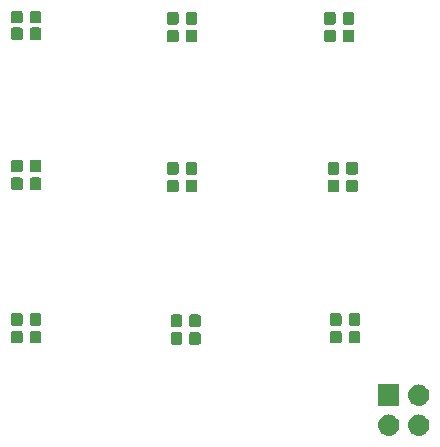
<source format=gts>
G04 #@! TF.GenerationSoftware,KiCad,Pcbnew,(5.0.2)-1*
G04 #@! TF.CreationDate,2019-01-19T12:13:54+11:00*
G04 #@! TF.ProjectId,WarGames_SAO,57617247-616d-4657-935f-53414f2e6b69,rev?*
G04 #@! TF.SameCoordinates,Original*
G04 #@! TF.FileFunction,Soldermask,Top*
G04 #@! TF.FilePolarity,Negative*
%FSLAX46Y46*%
G04 Gerber Fmt 4.6, Leading zero omitted, Abs format (unit mm)*
G04 Created by KiCad (PCBNEW (5.0.2)-1) date 19/01/2019 12:13:54*
%MOMM*%
%LPD*%
G01*
G04 APERTURE LIST*
%ADD10C,0.100000*%
G04 APERTURE END LIST*
D10*
G36*
X148650443Y-83645519D02*
X148716627Y-83652037D01*
X148829853Y-83686384D01*
X148886467Y-83703557D01*
X149025087Y-83777652D01*
X149042991Y-83787222D01*
X149078729Y-83816552D01*
X149180186Y-83899814D01*
X149263448Y-84001271D01*
X149292778Y-84037009D01*
X149292779Y-84037011D01*
X149376443Y-84193533D01*
X149376443Y-84193534D01*
X149427963Y-84363373D01*
X149445359Y-84540000D01*
X149427963Y-84716627D01*
X149393616Y-84829853D01*
X149376443Y-84886467D01*
X149302348Y-85025087D01*
X149292778Y-85042991D01*
X149263448Y-85078729D01*
X149180186Y-85180186D01*
X149078729Y-85263448D01*
X149042991Y-85292778D01*
X149042989Y-85292779D01*
X148886467Y-85376443D01*
X148829853Y-85393616D01*
X148716627Y-85427963D01*
X148650442Y-85434482D01*
X148584260Y-85441000D01*
X148495740Y-85441000D01*
X148429558Y-85434482D01*
X148363373Y-85427963D01*
X148250147Y-85393616D01*
X148193533Y-85376443D01*
X148037011Y-85292779D01*
X148037009Y-85292778D01*
X148001271Y-85263448D01*
X147899814Y-85180186D01*
X147816552Y-85078729D01*
X147787222Y-85042991D01*
X147777652Y-85025087D01*
X147703557Y-84886467D01*
X147686384Y-84829853D01*
X147652037Y-84716627D01*
X147634641Y-84540000D01*
X147652037Y-84363373D01*
X147703557Y-84193534D01*
X147703557Y-84193533D01*
X147787221Y-84037011D01*
X147787222Y-84037009D01*
X147816552Y-84001271D01*
X147899814Y-83899814D01*
X148001271Y-83816552D01*
X148037009Y-83787222D01*
X148054913Y-83777652D01*
X148193533Y-83703557D01*
X148250147Y-83686384D01*
X148363373Y-83652037D01*
X148429557Y-83645519D01*
X148495740Y-83639000D01*
X148584260Y-83639000D01*
X148650443Y-83645519D01*
X148650443Y-83645519D01*
G37*
G36*
X146110443Y-83645519D02*
X146176627Y-83652037D01*
X146289853Y-83686384D01*
X146346467Y-83703557D01*
X146485087Y-83777652D01*
X146502991Y-83787222D01*
X146538729Y-83816552D01*
X146640186Y-83899814D01*
X146723448Y-84001271D01*
X146752778Y-84037009D01*
X146752779Y-84037011D01*
X146836443Y-84193533D01*
X146836443Y-84193534D01*
X146887963Y-84363373D01*
X146905359Y-84540000D01*
X146887963Y-84716627D01*
X146853616Y-84829853D01*
X146836443Y-84886467D01*
X146762348Y-85025087D01*
X146752778Y-85042991D01*
X146723448Y-85078729D01*
X146640186Y-85180186D01*
X146538729Y-85263448D01*
X146502991Y-85292778D01*
X146502989Y-85292779D01*
X146346467Y-85376443D01*
X146289853Y-85393616D01*
X146176627Y-85427963D01*
X146110442Y-85434482D01*
X146044260Y-85441000D01*
X145955740Y-85441000D01*
X145889558Y-85434482D01*
X145823373Y-85427963D01*
X145710147Y-85393616D01*
X145653533Y-85376443D01*
X145497011Y-85292779D01*
X145497009Y-85292778D01*
X145461271Y-85263448D01*
X145359814Y-85180186D01*
X145276552Y-85078729D01*
X145247222Y-85042991D01*
X145237652Y-85025087D01*
X145163557Y-84886467D01*
X145146384Y-84829853D01*
X145112037Y-84716627D01*
X145094641Y-84540000D01*
X145112037Y-84363373D01*
X145163557Y-84193534D01*
X145163557Y-84193533D01*
X145247221Y-84037011D01*
X145247222Y-84037009D01*
X145276552Y-84001271D01*
X145359814Y-83899814D01*
X145461271Y-83816552D01*
X145497009Y-83787222D01*
X145514913Y-83777652D01*
X145653533Y-83703557D01*
X145710147Y-83686384D01*
X145823373Y-83652037D01*
X145889557Y-83645519D01*
X145955740Y-83639000D01*
X146044260Y-83639000D01*
X146110443Y-83645519D01*
X146110443Y-83645519D01*
G37*
G36*
X148650443Y-81105519D02*
X148716627Y-81112037D01*
X148829853Y-81146384D01*
X148886467Y-81163557D01*
X149025087Y-81237652D01*
X149042991Y-81247222D01*
X149078729Y-81276552D01*
X149180186Y-81359814D01*
X149263448Y-81461271D01*
X149292778Y-81497009D01*
X149292779Y-81497011D01*
X149376443Y-81653533D01*
X149376443Y-81653534D01*
X149427963Y-81823373D01*
X149445359Y-82000000D01*
X149427963Y-82176627D01*
X149393616Y-82289853D01*
X149376443Y-82346467D01*
X149302348Y-82485087D01*
X149292778Y-82502991D01*
X149263448Y-82538729D01*
X149180186Y-82640186D01*
X149078729Y-82723448D01*
X149042991Y-82752778D01*
X149042989Y-82752779D01*
X148886467Y-82836443D01*
X148829853Y-82853616D01*
X148716627Y-82887963D01*
X148650443Y-82894481D01*
X148584260Y-82901000D01*
X148495740Y-82901000D01*
X148429557Y-82894481D01*
X148363373Y-82887963D01*
X148250147Y-82853616D01*
X148193533Y-82836443D01*
X148037011Y-82752779D01*
X148037009Y-82752778D01*
X148001271Y-82723448D01*
X147899814Y-82640186D01*
X147816552Y-82538729D01*
X147787222Y-82502991D01*
X147777652Y-82485087D01*
X147703557Y-82346467D01*
X147686384Y-82289853D01*
X147652037Y-82176627D01*
X147634641Y-82000000D01*
X147652037Y-81823373D01*
X147703557Y-81653534D01*
X147703557Y-81653533D01*
X147787221Y-81497011D01*
X147787222Y-81497009D01*
X147816552Y-81461271D01*
X147899814Y-81359814D01*
X148001271Y-81276552D01*
X148037009Y-81247222D01*
X148054913Y-81237652D01*
X148193533Y-81163557D01*
X148250147Y-81146384D01*
X148363373Y-81112037D01*
X148429557Y-81105519D01*
X148495740Y-81099000D01*
X148584260Y-81099000D01*
X148650443Y-81105519D01*
X148650443Y-81105519D01*
G37*
G36*
X146901000Y-82901000D02*
X145099000Y-82901000D01*
X145099000Y-81099000D01*
X146901000Y-81099000D01*
X146901000Y-82901000D01*
X146901000Y-82901000D01*
G37*
G36*
X129929591Y-76678085D02*
X129963569Y-76688393D01*
X129994887Y-76705133D01*
X130022339Y-76727661D01*
X130044867Y-76755113D01*
X130061607Y-76786431D01*
X130071915Y-76820409D01*
X130076000Y-76861890D01*
X130076000Y-77538110D01*
X130071915Y-77579591D01*
X130061607Y-77613569D01*
X130044867Y-77644887D01*
X130022339Y-77672339D01*
X129994887Y-77694867D01*
X129963569Y-77711607D01*
X129929591Y-77721915D01*
X129888110Y-77726000D01*
X129286890Y-77726000D01*
X129245409Y-77721915D01*
X129211431Y-77711607D01*
X129180113Y-77694867D01*
X129152661Y-77672339D01*
X129130133Y-77644887D01*
X129113393Y-77613569D01*
X129103085Y-77579591D01*
X129099000Y-77538110D01*
X129099000Y-76861890D01*
X129103085Y-76820409D01*
X129113393Y-76786431D01*
X129130133Y-76755113D01*
X129152661Y-76727661D01*
X129180113Y-76705133D01*
X129211431Y-76688393D01*
X129245409Y-76678085D01*
X129286890Y-76674000D01*
X129888110Y-76674000D01*
X129929591Y-76678085D01*
X129929591Y-76678085D01*
G37*
G36*
X128354591Y-76678085D02*
X128388569Y-76688393D01*
X128419887Y-76705133D01*
X128447339Y-76727661D01*
X128469867Y-76755113D01*
X128486607Y-76786431D01*
X128496915Y-76820409D01*
X128501000Y-76861890D01*
X128501000Y-77538110D01*
X128496915Y-77579591D01*
X128486607Y-77613569D01*
X128469867Y-77644887D01*
X128447339Y-77672339D01*
X128419887Y-77694867D01*
X128388569Y-77711607D01*
X128354591Y-77721915D01*
X128313110Y-77726000D01*
X127711890Y-77726000D01*
X127670409Y-77721915D01*
X127636431Y-77711607D01*
X127605113Y-77694867D01*
X127577661Y-77672339D01*
X127555133Y-77644887D01*
X127538393Y-77613569D01*
X127528085Y-77579591D01*
X127524000Y-77538110D01*
X127524000Y-76861890D01*
X127528085Y-76820409D01*
X127538393Y-76786431D01*
X127555133Y-76755113D01*
X127577661Y-76727661D01*
X127605113Y-76705133D01*
X127636431Y-76688393D01*
X127670409Y-76678085D01*
X127711890Y-76674000D01*
X128313110Y-76674000D01*
X128354591Y-76678085D01*
X128354591Y-76678085D01*
G37*
G36*
X141854591Y-76578085D02*
X141888569Y-76588393D01*
X141919887Y-76605133D01*
X141947339Y-76627661D01*
X141969867Y-76655113D01*
X141986607Y-76686431D01*
X141996915Y-76720409D01*
X142001000Y-76761890D01*
X142001000Y-77438110D01*
X141996915Y-77479591D01*
X141986607Y-77513569D01*
X141969867Y-77544887D01*
X141947339Y-77572339D01*
X141919887Y-77594867D01*
X141888569Y-77611607D01*
X141854591Y-77621915D01*
X141813110Y-77626000D01*
X141211890Y-77626000D01*
X141170409Y-77621915D01*
X141136431Y-77611607D01*
X141105113Y-77594867D01*
X141077661Y-77572339D01*
X141055133Y-77544887D01*
X141038393Y-77513569D01*
X141028085Y-77479591D01*
X141024000Y-77438110D01*
X141024000Y-76761890D01*
X141028085Y-76720409D01*
X141038393Y-76686431D01*
X141055133Y-76655113D01*
X141077661Y-76627661D01*
X141105113Y-76605133D01*
X141136431Y-76588393D01*
X141170409Y-76578085D01*
X141211890Y-76574000D01*
X141813110Y-76574000D01*
X141854591Y-76578085D01*
X141854591Y-76578085D01*
G37*
G36*
X143429591Y-76578085D02*
X143463569Y-76588393D01*
X143494887Y-76605133D01*
X143522339Y-76627661D01*
X143544867Y-76655113D01*
X143561607Y-76686431D01*
X143571915Y-76720409D01*
X143576000Y-76761890D01*
X143576000Y-77438110D01*
X143571915Y-77479591D01*
X143561607Y-77513569D01*
X143544867Y-77544887D01*
X143522339Y-77572339D01*
X143494887Y-77594867D01*
X143463569Y-77611607D01*
X143429591Y-77621915D01*
X143388110Y-77626000D01*
X142786890Y-77626000D01*
X142745409Y-77621915D01*
X142711431Y-77611607D01*
X142680113Y-77594867D01*
X142652661Y-77572339D01*
X142630133Y-77544887D01*
X142613393Y-77513569D01*
X142603085Y-77479591D01*
X142599000Y-77438110D01*
X142599000Y-76761890D01*
X142603085Y-76720409D01*
X142613393Y-76686431D01*
X142630133Y-76655113D01*
X142652661Y-76627661D01*
X142680113Y-76605133D01*
X142711431Y-76588393D01*
X142745409Y-76578085D01*
X142786890Y-76574000D01*
X143388110Y-76574000D01*
X143429591Y-76578085D01*
X143429591Y-76578085D01*
G37*
G36*
X114854591Y-76578085D02*
X114888569Y-76588393D01*
X114919887Y-76605133D01*
X114947339Y-76627661D01*
X114969867Y-76655113D01*
X114986607Y-76686431D01*
X114996915Y-76720409D01*
X115001000Y-76761890D01*
X115001000Y-77438110D01*
X114996915Y-77479591D01*
X114986607Y-77513569D01*
X114969867Y-77544887D01*
X114947339Y-77572339D01*
X114919887Y-77594867D01*
X114888569Y-77611607D01*
X114854591Y-77621915D01*
X114813110Y-77626000D01*
X114211890Y-77626000D01*
X114170409Y-77621915D01*
X114136431Y-77611607D01*
X114105113Y-77594867D01*
X114077661Y-77572339D01*
X114055133Y-77544887D01*
X114038393Y-77513569D01*
X114028085Y-77479591D01*
X114024000Y-77438110D01*
X114024000Y-76761890D01*
X114028085Y-76720409D01*
X114038393Y-76686431D01*
X114055133Y-76655113D01*
X114077661Y-76627661D01*
X114105113Y-76605133D01*
X114136431Y-76588393D01*
X114170409Y-76578085D01*
X114211890Y-76574000D01*
X114813110Y-76574000D01*
X114854591Y-76578085D01*
X114854591Y-76578085D01*
G37*
G36*
X116429591Y-76578085D02*
X116463569Y-76588393D01*
X116494887Y-76605133D01*
X116522339Y-76627661D01*
X116544867Y-76655113D01*
X116561607Y-76686431D01*
X116571915Y-76720409D01*
X116576000Y-76761890D01*
X116576000Y-77438110D01*
X116571915Y-77479591D01*
X116561607Y-77513569D01*
X116544867Y-77544887D01*
X116522339Y-77572339D01*
X116494887Y-77594867D01*
X116463569Y-77611607D01*
X116429591Y-77621915D01*
X116388110Y-77626000D01*
X115786890Y-77626000D01*
X115745409Y-77621915D01*
X115711431Y-77611607D01*
X115680113Y-77594867D01*
X115652661Y-77572339D01*
X115630133Y-77544887D01*
X115613393Y-77513569D01*
X115603085Y-77479591D01*
X115599000Y-77438110D01*
X115599000Y-76761890D01*
X115603085Y-76720409D01*
X115613393Y-76686431D01*
X115630133Y-76655113D01*
X115652661Y-76627661D01*
X115680113Y-76605133D01*
X115711431Y-76588393D01*
X115745409Y-76578085D01*
X115786890Y-76574000D01*
X116388110Y-76574000D01*
X116429591Y-76578085D01*
X116429591Y-76578085D01*
G37*
G36*
X128354591Y-75178085D02*
X128388569Y-75188393D01*
X128419887Y-75205133D01*
X128447339Y-75227661D01*
X128469867Y-75255113D01*
X128486607Y-75286431D01*
X128496915Y-75320409D01*
X128501000Y-75361890D01*
X128501000Y-76038110D01*
X128496915Y-76079591D01*
X128486607Y-76113569D01*
X128469867Y-76144887D01*
X128447339Y-76172339D01*
X128419887Y-76194867D01*
X128388569Y-76211607D01*
X128354591Y-76221915D01*
X128313110Y-76226000D01*
X127711890Y-76226000D01*
X127670409Y-76221915D01*
X127636431Y-76211607D01*
X127605113Y-76194867D01*
X127577661Y-76172339D01*
X127555133Y-76144887D01*
X127538393Y-76113569D01*
X127528085Y-76079591D01*
X127524000Y-76038110D01*
X127524000Y-75361890D01*
X127528085Y-75320409D01*
X127538393Y-75286431D01*
X127555133Y-75255113D01*
X127577661Y-75227661D01*
X127605113Y-75205133D01*
X127636431Y-75188393D01*
X127670409Y-75178085D01*
X127711890Y-75174000D01*
X128313110Y-75174000D01*
X128354591Y-75178085D01*
X128354591Y-75178085D01*
G37*
G36*
X129929591Y-75178085D02*
X129963569Y-75188393D01*
X129994887Y-75205133D01*
X130022339Y-75227661D01*
X130044867Y-75255113D01*
X130061607Y-75286431D01*
X130071915Y-75320409D01*
X130076000Y-75361890D01*
X130076000Y-76038110D01*
X130071915Y-76079591D01*
X130061607Y-76113569D01*
X130044867Y-76144887D01*
X130022339Y-76172339D01*
X129994887Y-76194867D01*
X129963569Y-76211607D01*
X129929591Y-76221915D01*
X129888110Y-76226000D01*
X129286890Y-76226000D01*
X129245409Y-76221915D01*
X129211431Y-76211607D01*
X129180113Y-76194867D01*
X129152661Y-76172339D01*
X129130133Y-76144887D01*
X129113393Y-76113569D01*
X129103085Y-76079591D01*
X129099000Y-76038110D01*
X129099000Y-75361890D01*
X129103085Y-75320409D01*
X129113393Y-75286431D01*
X129130133Y-75255113D01*
X129152661Y-75227661D01*
X129180113Y-75205133D01*
X129211431Y-75188393D01*
X129245409Y-75178085D01*
X129286890Y-75174000D01*
X129888110Y-75174000D01*
X129929591Y-75178085D01*
X129929591Y-75178085D01*
G37*
G36*
X143429591Y-75078085D02*
X143463569Y-75088393D01*
X143494887Y-75105133D01*
X143522339Y-75127661D01*
X143544867Y-75155113D01*
X143561607Y-75186431D01*
X143571915Y-75220409D01*
X143576000Y-75261890D01*
X143576000Y-75938110D01*
X143571915Y-75979591D01*
X143561607Y-76013569D01*
X143544867Y-76044887D01*
X143522339Y-76072339D01*
X143494887Y-76094867D01*
X143463569Y-76111607D01*
X143429591Y-76121915D01*
X143388110Y-76126000D01*
X142786890Y-76126000D01*
X142745409Y-76121915D01*
X142711431Y-76111607D01*
X142680113Y-76094867D01*
X142652661Y-76072339D01*
X142630133Y-76044887D01*
X142613393Y-76013569D01*
X142603085Y-75979591D01*
X142599000Y-75938110D01*
X142599000Y-75261890D01*
X142603085Y-75220409D01*
X142613393Y-75186431D01*
X142630133Y-75155113D01*
X142652661Y-75127661D01*
X142680113Y-75105133D01*
X142711431Y-75088393D01*
X142745409Y-75078085D01*
X142786890Y-75074000D01*
X143388110Y-75074000D01*
X143429591Y-75078085D01*
X143429591Y-75078085D01*
G37*
G36*
X114854591Y-75078085D02*
X114888569Y-75088393D01*
X114919887Y-75105133D01*
X114947339Y-75127661D01*
X114969867Y-75155113D01*
X114986607Y-75186431D01*
X114996915Y-75220409D01*
X115001000Y-75261890D01*
X115001000Y-75938110D01*
X114996915Y-75979591D01*
X114986607Y-76013569D01*
X114969867Y-76044887D01*
X114947339Y-76072339D01*
X114919887Y-76094867D01*
X114888569Y-76111607D01*
X114854591Y-76121915D01*
X114813110Y-76126000D01*
X114211890Y-76126000D01*
X114170409Y-76121915D01*
X114136431Y-76111607D01*
X114105113Y-76094867D01*
X114077661Y-76072339D01*
X114055133Y-76044887D01*
X114038393Y-76013569D01*
X114028085Y-75979591D01*
X114024000Y-75938110D01*
X114024000Y-75261890D01*
X114028085Y-75220409D01*
X114038393Y-75186431D01*
X114055133Y-75155113D01*
X114077661Y-75127661D01*
X114105113Y-75105133D01*
X114136431Y-75088393D01*
X114170409Y-75078085D01*
X114211890Y-75074000D01*
X114813110Y-75074000D01*
X114854591Y-75078085D01*
X114854591Y-75078085D01*
G37*
G36*
X116429591Y-75078085D02*
X116463569Y-75088393D01*
X116494887Y-75105133D01*
X116522339Y-75127661D01*
X116544867Y-75155113D01*
X116561607Y-75186431D01*
X116571915Y-75220409D01*
X116576000Y-75261890D01*
X116576000Y-75938110D01*
X116571915Y-75979591D01*
X116561607Y-76013569D01*
X116544867Y-76044887D01*
X116522339Y-76072339D01*
X116494887Y-76094867D01*
X116463569Y-76111607D01*
X116429591Y-76121915D01*
X116388110Y-76126000D01*
X115786890Y-76126000D01*
X115745409Y-76121915D01*
X115711431Y-76111607D01*
X115680113Y-76094867D01*
X115652661Y-76072339D01*
X115630133Y-76044887D01*
X115613393Y-76013569D01*
X115603085Y-75979591D01*
X115599000Y-75938110D01*
X115599000Y-75261890D01*
X115603085Y-75220409D01*
X115613393Y-75186431D01*
X115630133Y-75155113D01*
X115652661Y-75127661D01*
X115680113Y-75105133D01*
X115711431Y-75088393D01*
X115745409Y-75078085D01*
X115786890Y-75074000D01*
X116388110Y-75074000D01*
X116429591Y-75078085D01*
X116429591Y-75078085D01*
G37*
G36*
X141854591Y-75078085D02*
X141888569Y-75088393D01*
X141919887Y-75105133D01*
X141947339Y-75127661D01*
X141969867Y-75155113D01*
X141986607Y-75186431D01*
X141996915Y-75220409D01*
X142001000Y-75261890D01*
X142001000Y-75938110D01*
X141996915Y-75979591D01*
X141986607Y-76013569D01*
X141969867Y-76044887D01*
X141947339Y-76072339D01*
X141919887Y-76094867D01*
X141888569Y-76111607D01*
X141854591Y-76121915D01*
X141813110Y-76126000D01*
X141211890Y-76126000D01*
X141170409Y-76121915D01*
X141136431Y-76111607D01*
X141105113Y-76094867D01*
X141077661Y-76072339D01*
X141055133Y-76044887D01*
X141038393Y-76013569D01*
X141028085Y-75979591D01*
X141024000Y-75938110D01*
X141024000Y-75261890D01*
X141028085Y-75220409D01*
X141038393Y-75186431D01*
X141055133Y-75155113D01*
X141077661Y-75127661D01*
X141105113Y-75105133D01*
X141136431Y-75088393D01*
X141170409Y-75078085D01*
X141211890Y-75074000D01*
X141813110Y-75074000D01*
X141854591Y-75078085D01*
X141854591Y-75078085D01*
G37*
G36*
X143229591Y-63778085D02*
X143263569Y-63788393D01*
X143294887Y-63805133D01*
X143322339Y-63827661D01*
X143344867Y-63855113D01*
X143361607Y-63886431D01*
X143371915Y-63920409D01*
X143376000Y-63961890D01*
X143376000Y-64638110D01*
X143371915Y-64679591D01*
X143361607Y-64713569D01*
X143344867Y-64744887D01*
X143322339Y-64772339D01*
X143294887Y-64794867D01*
X143263569Y-64811607D01*
X143229591Y-64821915D01*
X143188110Y-64826000D01*
X142586890Y-64826000D01*
X142545409Y-64821915D01*
X142511431Y-64811607D01*
X142480113Y-64794867D01*
X142452661Y-64772339D01*
X142430133Y-64744887D01*
X142413393Y-64713569D01*
X142403085Y-64679591D01*
X142399000Y-64638110D01*
X142399000Y-63961890D01*
X142403085Y-63920409D01*
X142413393Y-63886431D01*
X142430133Y-63855113D01*
X142452661Y-63827661D01*
X142480113Y-63805133D01*
X142511431Y-63788393D01*
X142545409Y-63778085D01*
X142586890Y-63774000D01*
X143188110Y-63774000D01*
X143229591Y-63778085D01*
X143229591Y-63778085D01*
G37*
G36*
X141654591Y-63778085D02*
X141688569Y-63788393D01*
X141719887Y-63805133D01*
X141747339Y-63827661D01*
X141769867Y-63855113D01*
X141786607Y-63886431D01*
X141796915Y-63920409D01*
X141801000Y-63961890D01*
X141801000Y-64638110D01*
X141796915Y-64679591D01*
X141786607Y-64713569D01*
X141769867Y-64744887D01*
X141747339Y-64772339D01*
X141719887Y-64794867D01*
X141688569Y-64811607D01*
X141654591Y-64821915D01*
X141613110Y-64826000D01*
X141011890Y-64826000D01*
X140970409Y-64821915D01*
X140936431Y-64811607D01*
X140905113Y-64794867D01*
X140877661Y-64772339D01*
X140855133Y-64744887D01*
X140838393Y-64713569D01*
X140828085Y-64679591D01*
X140824000Y-64638110D01*
X140824000Y-63961890D01*
X140828085Y-63920409D01*
X140838393Y-63886431D01*
X140855133Y-63855113D01*
X140877661Y-63827661D01*
X140905113Y-63805133D01*
X140936431Y-63788393D01*
X140970409Y-63778085D01*
X141011890Y-63774000D01*
X141613110Y-63774000D01*
X141654591Y-63778085D01*
X141654591Y-63778085D01*
G37*
G36*
X129629591Y-63778085D02*
X129663569Y-63788393D01*
X129694887Y-63805133D01*
X129722339Y-63827661D01*
X129744867Y-63855113D01*
X129761607Y-63886431D01*
X129771915Y-63920409D01*
X129776000Y-63961890D01*
X129776000Y-64638110D01*
X129771915Y-64679591D01*
X129761607Y-64713569D01*
X129744867Y-64744887D01*
X129722339Y-64772339D01*
X129694887Y-64794867D01*
X129663569Y-64811607D01*
X129629591Y-64821915D01*
X129588110Y-64826000D01*
X128986890Y-64826000D01*
X128945409Y-64821915D01*
X128911431Y-64811607D01*
X128880113Y-64794867D01*
X128852661Y-64772339D01*
X128830133Y-64744887D01*
X128813393Y-64713569D01*
X128803085Y-64679591D01*
X128799000Y-64638110D01*
X128799000Y-63961890D01*
X128803085Y-63920409D01*
X128813393Y-63886431D01*
X128830133Y-63855113D01*
X128852661Y-63827661D01*
X128880113Y-63805133D01*
X128911431Y-63788393D01*
X128945409Y-63778085D01*
X128986890Y-63774000D01*
X129588110Y-63774000D01*
X129629591Y-63778085D01*
X129629591Y-63778085D01*
G37*
G36*
X128054591Y-63778085D02*
X128088569Y-63788393D01*
X128119887Y-63805133D01*
X128147339Y-63827661D01*
X128169867Y-63855113D01*
X128186607Y-63886431D01*
X128196915Y-63920409D01*
X128201000Y-63961890D01*
X128201000Y-64638110D01*
X128196915Y-64679591D01*
X128186607Y-64713569D01*
X128169867Y-64744887D01*
X128147339Y-64772339D01*
X128119887Y-64794867D01*
X128088569Y-64811607D01*
X128054591Y-64821915D01*
X128013110Y-64826000D01*
X127411890Y-64826000D01*
X127370409Y-64821915D01*
X127336431Y-64811607D01*
X127305113Y-64794867D01*
X127277661Y-64772339D01*
X127255133Y-64744887D01*
X127238393Y-64713569D01*
X127228085Y-64679591D01*
X127224000Y-64638110D01*
X127224000Y-63961890D01*
X127228085Y-63920409D01*
X127238393Y-63886431D01*
X127255133Y-63855113D01*
X127277661Y-63827661D01*
X127305113Y-63805133D01*
X127336431Y-63788393D01*
X127370409Y-63778085D01*
X127411890Y-63774000D01*
X128013110Y-63774000D01*
X128054591Y-63778085D01*
X128054591Y-63778085D01*
G37*
G36*
X114854591Y-63578085D02*
X114888569Y-63588393D01*
X114919887Y-63605133D01*
X114947339Y-63627661D01*
X114969867Y-63655113D01*
X114986607Y-63686431D01*
X114996915Y-63720409D01*
X115001000Y-63761890D01*
X115001000Y-64438110D01*
X114996915Y-64479591D01*
X114986607Y-64513569D01*
X114969867Y-64544887D01*
X114947339Y-64572339D01*
X114919887Y-64594867D01*
X114888569Y-64611607D01*
X114854591Y-64621915D01*
X114813110Y-64626000D01*
X114211890Y-64626000D01*
X114170409Y-64621915D01*
X114136431Y-64611607D01*
X114105113Y-64594867D01*
X114077661Y-64572339D01*
X114055133Y-64544887D01*
X114038393Y-64513569D01*
X114028085Y-64479591D01*
X114024000Y-64438110D01*
X114024000Y-63761890D01*
X114028085Y-63720409D01*
X114038393Y-63686431D01*
X114055133Y-63655113D01*
X114077661Y-63627661D01*
X114105113Y-63605133D01*
X114136431Y-63588393D01*
X114170409Y-63578085D01*
X114211890Y-63574000D01*
X114813110Y-63574000D01*
X114854591Y-63578085D01*
X114854591Y-63578085D01*
G37*
G36*
X116429591Y-63578085D02*
X116463569Y-63588393D01*
X116494887Y-63605133D01*
X116522339Y-63627661D01*
X116544867Y-63655113D01*
X116561607Y-63686431D01*
X116571915Y-63720409D01*
X116576000Y-63761890D01*
X116576000Y-64438110D01*
X116571915Y-64479591D01*
X116561607Y-64513569D01*
X116544867Y-64544887D01*
X116522339Y-64572339D01*
X116494887Y-64594867D01*
X116463569Y-64611607D01*
X116429591Y-64621915D01*
X116388110Y-64626000D01*
X115786890Y-64626000D01*
X115745409Y-64621915D01*
X115711431Y-64611607D01*
X115680113Y-64594867D01*
X115652661Y-64572339D01*
X115630133Y-64544887D01*
X115613393Y-64513569D01*
X115603085Y-64479591D01*
X115599000Y-64438110D01*
X115599000Y-63761890D01*
X115603085Y-63720409D01*
X115613393Y-63686431D01*
X115630133Y-63655113D01*
X115652661Y-63627661D01*
X115680113Y-63605133D01*
X115711431Y-63588393D01*
X115745409Y-63578085D01*
X115786890Y-63574000D01*
X116388110Y-63574000D01*
X116429591Y-63578085D01*
X116429591Y-63578085D01*
G37*
G36*
X141654591Y-62278085D02*
X141688569Y-62288393D01*
X141719887Y-62305133D01*
X141747339Y-62327661D01*
X141769867Y-62355113D01*
X141786607Y-62386431D01*
X141796915Y-62420409D01*
X141801000Y-62461890D01*
X141801000Y-63138110D01*
X141796915Y-63179591D01*
X141786607Y-63213569D01*
X141769867Y-63244887D01*
X141747339Y-63272339D01*
X141719887Y-63294867D01*
X141688569Y-63311607D01*
X141654591Y-63321915D01*
X141613110Y-63326000D01*
X141011890Y-63326000D01*
X140970409Y-63321915D01*
X140936431Y-63311607D01*
X140905113Y-63294867D01*
X140877661Y-63272339D01*
X140855133Y-63244887D01*
X140838393Y-63213569D01*
X140828085Y-63179591D01*
X140824000Y-63138110D01*
X140824000Y-62461890D01*
X140828085Y-62420409D01*
X140838393Y-62386431D01*
X140855133Y-62355113D01*
X140877661Y-62327661D01*
X140905113Y-62305133D01*
X140936431Y-62288393D01*
X140970409Y-62278085D01*
X141011890Y-62274000D01*
X141613110Y-62274000D01*
X141654591Y-62278085D01*
X141654591Y-62278085D01*
G37*
G36*
X143229591Y-62278085D02*
X143263569Y-62288393D01*
X143294887Y-62305133D01*
X143322339Y-62327661D01*
X143344867Y-62355113D01*
X143361607Y-62386431D01*
X143371915Y-62420409D01*
X143376000Y-62461890D01*
X143376000Y-63138110D01*
X143371915Y-63179591D01*
X143361607Y-63213569D01*
X143344867Y-63244887D01*
X143322339Y-63272339D01*
X143294887Y-63294867D01*
X143263569Y-63311607D01*
X143229591Y-63321915D01*
X143188110Y-63326000D01*
X142586890Y-63326000D01*
X142545409Y-63321915D01*
X142511431Y-63311607D01*
X142480113Y-63294867D01*
X142452661Y-63272339D01*
X142430133Y-63244887D01*
X142413393Y-63213569D01*
X142403085Y-63179591D01*
X142399000Y-63138110D01*
X142399000Y-62461890D01*
X142403085Y-62420409D01*
X142413393Y-62386431D01*
X142430133Y-62355113D01*
X142452661Y-62327661D01*
X142480113Y-62305133D01*
X142511431Y-62288393D01*
X142545409Y-62278085D01*
X142586890Y-62274000D01*
X143188110Y-62274000D01*
X143229591Y-62278085D01*
X143229591Y-62278085D01*
G37*
G36*
X128054591Y-62278085D02*
X128088569Y-62288393D01*
X128119887Y-62305133D01*
X128147339Y-62327661D01*
X128169867Y-62355113D01*
X128186607Y-62386431D01*
X128196915Y-62420409D01*
X128201000Y-62461890D01*
X128201000Y-63138110D01*
X128196915Y-63179591D01*
X128186607Y-63213569D01*
X128169867Y-63244887D01*
X128147339Y-63272339D01*
X128119887Y-63294867D01*
X128088569Y-63311607D01*
X128054591Y-63321915D01*
X128013110Y-63326000D01*
X127411890Y-63326000D01*
X127370409Y-63321915D01*
X127336431Y-63311607D01*
X127305113Y-63294867D01*
X127277661Y-63272339D01*
X127255133Y-63244887D01*
X127238393Y-63213569D01*
X127228085Y-63179591D01*
X127224000Y-63138110D01*
X127224000Y-62461890D01*
X127228085Y-62420409D01*
X127238393Y-62386431D01*
X127255133Y-62355113D01*
X127277661Y-62327661D01*
X127305113Y-62305133D01*
X127336431Y-62288393D01*
X127370409Y-62278085D01*
X127411890Y-62274000D01*
X128013110Y-62274000D01*
X128054591Y-62278085D01*
X128054591Y-62278085D01*
G37*
G36*
X129629591Y-62278085D02*
X129663569Y-62288393D01*
X129694887Y-62305133D01*
X129722339Y-62327661D01*
X129744867Y-62355113D01*
X129761607Y-62386431D01*
X129771915Y-62420409D01*
X129776000Y-62461890D01*
X129776000Y-63138110D01*
X129771915Y-63179591D01*
X129761607Y-63213569D01*
X129744867Y-63244887D01*
X129722339Y-63272339D01*
X129694887Y-63294867D01*
X129663569Y-63311607D01*
X129629591Y-63321915D01*
X129588110Y-63326000D01*
X128986890Y-63326000D01*
X128945409Y-63321915D01*
X128911431Y-63311607D01*
X128880113Y-63294867D01*
X128852661Y-63272339D01*
X128830133Y-63244887D01*
X128813393Y-63213569D01*
X128803085Y-63179591D01*
X128799000Y-63138110D01*
X128799000Y-62461890D01*
X128803085Y-62420409D01*
X128813393Y-62386431D01*
X128830133Y-62355113D01*
X128852661Y-62327661D01*
X128880113Y-62305133D01*
X128911431Y-62288393D01*
X128945409Y-62278085D01*
X128986890Y-62274000D01*
X129588110Y-62274000D01*
X129629591Y-62278085D01*
X129629591Y-62278085D01*
G37*
G36*
X114854591Y-62078085D02*
X114888569Y-62088393D01*
X114919887Y-62105133D01*
X114947339Y-62127661D01*
X114969867Y-62155113D01*
X114986607Y-62186431D01*
X114996915Y-62220409D01*
X115001000Y-62261890D01*
X115001000Y-62938110D01*
X114996915Y-62979591D01*
X114986607Y-63013569D01*
X114969867Y-63044887D01*
X114947339Y-63072339D01*
X114919887Y-63094867D01*
X114888569Y-63111607D01*
X114854591Y-63121915D01*
X114813110Y-63126000D01*
X114211890Y-63126000D01*
X114170409Y-63121915D01*
X114136431Y-63111607D01*
X114105113Y-63094867D01*
X114077661Y-63072339D01*
X114055133Y-63044887D01*
X114038393Y-63013569D01*
X114028085Y-62979591D01*
X114024000Y-62938110D01*
X114024000Y-62261890D01*
X114028085Y-62220409D01*
X114038393Y-62186431D01*
X114055133Y-62155113D01*
X114077661Y-62127661D01*
X114105113Y-62105133D01*
X114136431Y-62088393D01*
X114170409Y-62078085D01*
X114211890Y-62074000D01*
X114813110Y-62074000D01*
X114854591Y-62078085D01*
X114854591Y-62078085D01*
G37*
G36*
X116429591Y-62078085D02*
X116463569Y-62088393D01*
X116494887Y-62105133D01*
X116522339Y-62127661D01*
X116544867Y-62155113D01*
X116561607Y-62186431D01*
X116571915Y-62220409D01*
X116576000Y-62261890D01*
X116576000Y-62938110D01*
X116571915Y-62979591D01*
X116561607Y-63013569D01*
X116544867Y-63044887D01*
X116522339Y-63072339D01*
X116494887Y-63094867D01*
X116463569Y-63111607D01*
X116429591Y-63121915D01*
X116388110Y-63126000D01*
X115786890Y-63126000D01*
X115745409Y-63121915D01*
X115711431Y-63111607D01*
X115680113Y-63094867D01*
X115652661Y-63072339D01*
X115630133Y-63044887D01*
X115613393Y-63013569D01*
X115603085Y-62979591D01*
X115599000Y-62938110D01*
X115599000Y-62261890D01*
X115603085Y-62220409D01*
X115613393Y-62186431D01*
X115630133Y-62155113D01*
X115652661Y-62127661D01*
X115680113Y-62105133D01*
X115711431Y-62088393D01*
X115745409Y-62078085D01*
X115786890Y-62074000D01*
X116388110Y-62074000D01*
X116429591Y-62078085D01*
X116429591Y-62078085D01*
G37*
G36*
X142942091Y-51078085D02*
X142976069Y-51088393D01*
X143007387Y-51105133D01*
X143034839Y-51127661D01*
X143057367Y-51155113D01*
X143074107Y-51186431D01*
X143084415Y-51220409D01*
X143088500Y-51261890D01*
X143088500Y-51938110D01*
X143084415Y-51979591D01*
X143074107Y-52013569D01*
X143057367Y-52044887D01*
X143034839Y-52072339D01*
X143007387Y-52094867D01*
X142976069Y-52111607D01*
X142942091Y-52121915D01*
X142900610Y-52126000D01*
X142299390Y-52126000D01*
X142257909Y-52121915D01*
X142223931Y-52111607D01*
X142192613Y-52094867D01*
X142165161Y-52072339D01*
X142142633Y-52044887D01*
X142125893Y-52013569D01*
X142115585Y-51979591D01*
X142111500Y-51938110D01*
X142111500Y-51261890D01*
X142115585Y-51220409D01*
X142125893Y-51186431D01*
X142142633Y-51155113D01*
X142165161Y-51127661D01*
X142192613Y-51105133D01*
X142223931Y-51088393D01*
X142257909Y-51078085D01*
X142299390Y-51074000D01*
X142900610Y-51074000D01*
X142942091Y-51078085D01*
X142942091Y-51078085D01*
G37*
G36*
X141367091Y-51078085D02*
X141401069Y-51088393D01*
X141432387Y-51105133D01*
X141459839Y-51127661D01*
X141482367Y-51155113D01*
X141499107Y-51186431D01*
X141509415Y-51220409D01*
X141513500Y-51261890D01*
X141513500Y-51938110D01*
X141509415Y-51979591D01*
X141499107Y-52013569D01*
X141482367Y-52044887D01*
X141459839Y-52072339D01*
X141432387Y-52094867D01*
X141401069Y-52111607D01*
X141367091Y-52121915D01*
X141325610Y-52126000D01*
X140724390Y-52126000D01*
X140682909Y-52121915D01*
X140648931Y-52111607D01*
X140617613Y-52094867D01*
X140590161Y-52072339D01*
X140567633Y-52044887D01*
X140550893Y-52013569D01*
X140540585Y-51979591D01*
X140536500Y-51938110D01*
X140536500Y-51261890D01*
X140540585Y-51220409D01*
X140550893Y-51186431D01*
X140567633Y-51155113D01*
X140590161Y-51127661D01*
X140617613Y-51105133D01*
X140648931Y-51088393D01*
X140682909Y-51078085D01*
X140724390Y-51074000D01*
X141325610Y-51074000D01*
X141367091Y-51078085D01*
X141367091Y-51078085D01*
G37*
G36*
X128054591Y-51078085D02*
X128088569Y-51088393D01*
X128119887Y-51105133D01*
X128147339Y-51127661D01*
X128169867Y-51155113D01*
X128186607Y-51186431D01*
X128196915Y-51220409D01*
X128201000Y-51261890D01*
X128201000Y-51938110D01*
X128196915Y-51979591D01*
X128186607Y-52013569D01*
X128169867Y-52044887D01*
X128147339Y-52072339D01*
X128119887Y-52094867D01*
X128088569Y-52111607D01*
X128054591Y-52121915D01*
X128013110Y-52126000D01*
X127411890Y-52126000D01*
X127370409Y-52121915D01*
X127336431Y-52111607D01*
X127305113Y-52094867D01*
X127277661Y-52072339D01*
X127255133Y-52044887D01*
X127238393Y-52013569D01*
X127228085Y-51979591D01*
X127224000Y-51938110D01*
X127224000Y-51261890D01*
X127228085Y-51220409D01*
X127238393Y-51186431D01*
X127255133Y-51155113D01*
X127277661Y-51127661D01*
X127305113Y-51105133D01*
X127336431Y-51088393D01*
X127370409Y-51078085D01*
X127411890Y-51074000D01*
X128013110Y-51074000D01*
X128054591Y-51078085D01*
X128054591Y-51078085D01*
G37*
G36*
X129629591Y-51078085D02*
X129663569Y-51088393D01*
X129694887Y-51105133D01*
X129722339Y-51127661D01*
X129744867Y-51155113D01*
X129761607Y-51186431D01*
X129771915Y-51220409D01*
X129776000Y-51261890D01*
X129776000Y-51938110D01*
X129771915Y-51979591D01*
X129761607Y-52013569D01*
X129744867Y-52044887D01*
X129722339Y-52072339D01*
X129694887Y-52094867D01*
X129663569Y-52111607D01*
X129629591Y-52121915D01*
X129588110Y-52126000D01*
X128986890Y-52126000D01*
X128945409Y-52121915D01*
X128911431Y-52111607D01*
X128880113Y-52094867D01*
X128852661Y-52072339D01*
X128830133Y-52044887D01*
X128813393Y-52013569D01*
X128803085Y-51979591D01*
X128799000Y-51938110D01*
X128799000Y-51261890D01*
X128803085Y-51220409D01*
X128813393Y-51186431D01*
X128830133Y-51155113D01*
X128852661Y-51127661D01*
X128880113Y-51105133D01*
X128911431Y-51088393D01*
X128945409Y-51078085D01*
X128986890Y-51074000D01*
X129588110Y-51074000D01*
X129629591Y-51078085D01*
X129629591Y-51078085D01*
G37*
G36*
X116429591Y-50878085D02*
X116463569Y-50888393D01*
X116494887Y-50905133D01*
X116522339Y-50927661D01*
X116544867Y-50955113D01*
X116561607Y-50986431D01*
X116571915Y-51020409D01*
X116576000Y-51061890D01*
X116576000Y-51738110D01*
X116571915Y-51779591D01*
X116561607Y-51813569D01*
X116544867Y-51844887D01*
X116522339Y-51872339D01*
X116494887Y-51894867D01*
X116463569Y-51911607D01*
X116429591Y-51921915D01*
X116388110Y-51926000D01*
X115786890Y-51926000D01*
X115745409Y-51921915D01*
X115711431Y-51911607D01*
X115680113Y-51894867D01*
X115652661Y-51872339D01*
X115630133Y-51844887D01*
X115613393Y-51813569D01*
X115603085Y-51779591D01*
X115599000Y-51738110D01*
X115599000Y-51061890D01*
X115603085Y-51020409D01*
X115613393Y-50986431D01*
X115630133Y-50955113D01*
X115652661Y-50927661D01*
X115680113Y-50905133D01*
X115711431Y-50888393D01*
X115745409Y-50878085D01*
X115786890Y-50874000D01*
X116388110Y-50874000D01*
X116429591Y-50878085D01*
X116429591Y-50878085D01*
G37*
G36*
X114854591Y-50878085D02*
X114888569Y-50888393D01*
X114919887Y-50905133D01*
X114947339Y-50927661D01*
X114969867Y-50955113D01*
X114986607Y-50986431D01*
X114996915Y-51020409D01*
X115001000Y-51061890D01*
X115001000Y-51738110D01*
X114996915Y-51779591D01*
X114986607Y-51813569D01*
X114969867Y-51844887D01*
X114947339Y-51872339D01*
X114919887Y-51894867D01*
X114888569Y-51911607D01*
X114854591Y-51921915D01*
X114813110Y-51926000D01*
X114211890Y-51926000D01*
X114170409Y-51921915D01*
X114136431Y-51911607D01*
X114105113Y-51894867D01*
X114077661Y-51872339D01*
X114055133Y-51844887D01*
X114038393Y-51813569D01*
X114028085Y-51779591D01*
X114024000Y-51738110D01*
X114024000Y-51061890D01*
X114028085Y-51020409D01*
X114038393Y-50986431D01*
X114055133Y-50955113D01*
X114077661Y-50927661D01*
X114105113Y-50905133D01*
X114136431Y-50888393D01*
X114170409Y-50878085D01*
X114211890Y-50874000D01*
X114813110Y-50874000D01*
X114854591Y-50878085D01*
X114854591Y-50878085D01*
G37*
G36*
X128054591Y-49578085D02*
X128088569Y-49588393D01*
X128119887Y-49605133D01*
X128147339Y-49627661D01*
X128169867Y-49655113D01*
X128186607Y-49686431D01*
X128196915Y-49720409D01*
X128201000Y-49761890D01*
X128201000Y-50438110D01*
X128196915Y-50479591D01*
X128186607Y-50513569D01*
X128169867Y-50544887D01*
X128147339Y-50572339D01*
X128119887Y-50594867D01*
X128088569Y-50611607D01*
X128054591Y-50621915D01*
X128013110Y-50626000D01*
X127411890Y-50626000D01*
X127370409Y-50621915D01*
X127336431Y-50611607D01*
X127305113Y-50594867D01*
X127277661Y-50572339D01*
X127255133Y-50544887D01*
X127238393Y-50513569D01*
X127228085Y-50479591D01*
X127224000Y-50438110D01*
X127224000Y-49761890D01*
X127228085Y-49720409D01*
X127238393Y-49686431D01*
X127255133Y-49655113D01*
X127277661Y-49627661D01*
X127305113Y-49605133D01*
X127336431Y-49588393D01*
X127370409Y-49578085D01*
X127411890Y-49574000D01*
X128013110Y-49574000D01*
X128054591Y-49578085D01*
X128054591Y-49578085D01*
G37*
G36*
X141354591Y-49578085D02*
X141388569Y-49588393D01*
X141419887Y-49605133D01*
X141447339Y-49627661D01*
X141469867Y-49655113D01*
X141486607Y-49686431D01*
X141496915Y-49720409D01*
X141501000Y-49761890D01*
X141501000Y-50438110D01*
X141496915Y-50479591D01*
X141486607Y-50513569D01*
X141469867Y-50544887D01*
X141447339Y-50572339D01*
X141419887Y-50594867D01*
X141388569Y-50611607D01*
X141354591Y-50621915D01*
X141313110Y-50626000D01*
X140711890Y-50626000D01*
X140670409Y-50621915D01*
X140636431Y-50611607D01*
X140605113Y-50594867D01*
X140577661Y-50572339D01*
X140555133Y-50544887D01*
X140538393Y-50513569D01*
X140528085Y-50479591D01*
X140524000Y-50438110D01*
X140524000Y-49761890D01*
X140528085Y-49720409D01*
X140538393Y-49686431D01*
X140555133Y-49655113D01*
X140577661Y-49627661D01*
X140605113Y-49605133D01*
X140636431Y-49588393D01*
X140670409Y-49578085D01*
X140711890Y-49574000D01*
X141313110Y-49574000D01*
X141354591Y-49578085D01*
X141354591Y-49578085D01*
G37*
G36*
X142929591Y-49578085D02*
X142963569Y-49588393D01*
X142994887Y-49605133D01*
X143022339Y-49627661D01*
X143044867Y-49655113D01*
X143061607Y-49686431D01*
X143071915Y-49720409D01*
X143076000Y-49761890D01*
X143076000Y-50438110D01*
X143071915Y-50479591D01*
X143061607Y-50513569D01*
X143044867Y-50544887D01*
X143022339Y-50572339D01*
X142994887Y-50594867D01*
X142963569Y-50611607D01*
X142929591Y-50621915D01*
X142888110Y-50626000D01*
X142286890Y-50626000D01*
X142245409Y-50621915D01*
X142211431Y-50611607D01*
X142180113Y-50594867D01*
X142152661Y-50572339D01*
X142130133Y-50544887D01*
X142113393Y-50513569D01*
X142103085Y-50479591D01*
X142099000Y-50438110D01*
X142099000Y-49761890D01*
X142103085Y-49720409D01*
X142113393Y-49686431D01*
X142130133Y-49655113D01*
X142152661Y-49627661D01*
X142180113Y-49605133D01*
X142211431Y-49588393D01*
X142245409Y-49578085D01*
X142286890Y-49574000D01*
X142888110Y-49574000D01*
X142929591Y-49578085D01*
X142929591Y-49578085D01*
G37*
G36*
X129629591Y-49578085D02*
X129663569Y-49588393D01*
X129694887Y-49605133D01*
X129722339Y-49627661D01*
X129744867Y-49655113D01*
X129761607Y-49686431D01*
X129771915Y-49720409D01*
X129776000Y-49761890D01*
X129776000Y-50438110D01*
X129771915Y-50479591D01*
X129761607Y-50513569D01*
X129744867Y-50544887D01*
X129722339Y-50572339D01*
X129694887Y-50594867D01*
X129663569Y-50611607D01*
X129629591Y-50621915D01*
X129588110Y-50626000D01*
X128986890Y-50626000D01*
X128945409Y-50621915D01*
X128911431Y-50611607D01*
X128880113Y-50594867D01*
X128852661Y-50572339D01*
X128830133Y-50544887D01*
X128813393Y-50513569D01*
X128803085Y-50479591D01*
X128799000Y-50438110D01*
X128799000Y-49761890D01*
X128803085Y-49720409D01*
X128813393Y-49686431D01*
X128830133Y-49655113D01*
X128852661Y-49627661D01*
X128880113Y-49605133D01*
X128911431Y-49588393D01*
X128945409Y-49578085D01*
X128986890Y-49574000D01*
X129588110Y-49574000D01*
X129629591Y-49578085D01*
X129629591Y-49578085D01*
G37*
G36*
X116429591Y-49478085D02*
X116463569Y-49488393D01*
X116494887Y-49505133D01*
X116522339Y-49527661D01*
X116544867Y-49555113D01*
X116561607Y-49586431D01*
X116571915Y-49620409D01*
X116576000Y-49661890D01*
X116576000Y-50338110D01*
X116571915Y-50379591D01*
X116561607Y-50413569D01*
X116544867Y-50444887D01*
X116522339Y-50472339D01*
X116494887Y-50494867D01*
X116463569Y-50511607D01*
X116429591Y-50521915D01*
X116388110Y-50526000D01*
X115786890Y-50526000D01*
X115745409Y-50521915D01*
X115711431Y-50511607D01*
X115680113Y-50494867D01*
X115652661Y-50472339D01*
X115630133Y-50444887D01*
X115613393Y-50413569D01*
X115603085Y-50379591D01*
X115599000Y-50338110D01*
X115599000Y-49661890D01*
X115603085Y-49620409D01*
X115613393Y-49586431D01*
X115630133Y-49555113D01*
X115652661Y-49527661D01*
X115680113Y-49505133D01*
X115711431Y-49488393D01*
X115745409Y-49478085D01*
X115786890Y-49474000D01*
X116388110Y-49474000D01*
X116429591Y-49478085D01*
X116429591Y-49478085D01*
G37*
G36*
X114854591Y-49478085D02*
X114888569Y-49488393D01*
X114919887Y-49505133D01*
X114947339Y-49527661D01*
X114969867Y-49555113D01*
X114986607Y-49586431D01*
X114996915Y-49620409D01*
X115001000Y-49661890D01*
X115001000Y-50338110D01*
X114996915Y-50379591D01*
X114986607Y-50413569D01*
X114969867Y-50444887D01*
X114947339Y-50472339D01*
X114919887Y-50494867D01*
X114888569Y-50511607D01*
X114854591Y-50521915D01*
X114813110Y-50526000D01*
X114211890Y-50526000D01*
X114170409Y-50521915D01*
X114136431Y-50511607D01*
X114105113Y-50494867D01*
X114077661Y-50472339D01*
X114055133Y-50444887D01*
X114038393Y-50413569D01*
X114028085Y-50379591D01*
X114024000Y-50338110D01*
X114024000Y-49661890D01*
X114028085Y-49620409D01*
X114038393Y-49586431D01*
X114055133Y-49555113D01*
X114077661Y-49527661D01*
X114105113Y-49505133D01*
X114136431Y-49488393D01*
X114170409Y-49478085D01*
X114211890Y-49474000D01*
X114813110Y-49474000D01*
X114854591Y-49478085D01*
X114854591Y-49478085D01*
G37*
M02*

</source>
